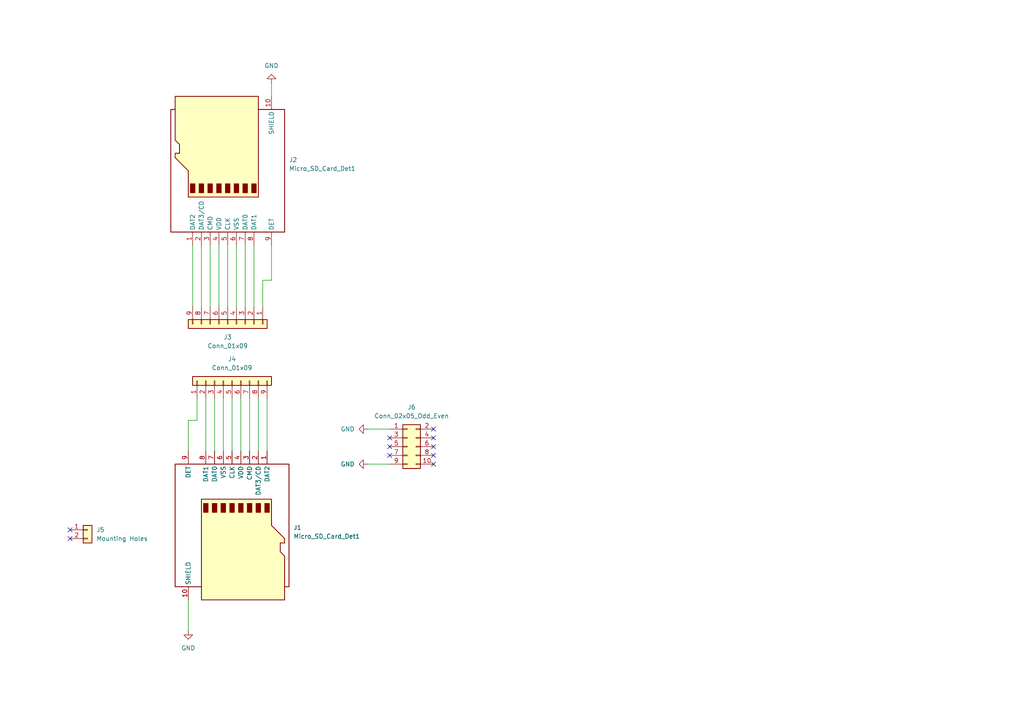
<source format=kicad_sch>
(kicad_sch (version 20231120) (generator "eeschema") (generator_version "8.0")
  (paper "A4")
  (lib_symbols
    (symbol "Connector:Micro_SD_Card_Det1"
      (property "Reference" "J" (at -16.51 17.78 0))
      (property "Value" "Micro_SD_Card_Det1" (at 16.51 17.78 0))
      (symbol "Micro_SD_Card_Det1_0_1"
        (rectangle (start -7.62 -6.985) (end -5.08 -8.255) (stroke (width 0.254)) (fill (type outline)))
        (rectangle (start -7.62 -4.445) (end -5.08 -5.715) (stroke (width 0.254)) (fill (type outline)))
        (rectangle (start -7.62 -1.905) (end -5.08 -3.175) (stroke (width 0.254)) (fill (type outline)))
        (rectangle (start -7.62 0.635) (end -5.08 -0.635) (stroke (width 0.254)) (fill (type outline)))
        (rectangle (start -7.62 3.175) (end -5.08 1.905) (stroke (width 0.254)) (fill (type outline)))
        (rectangle (start -7.62 5.715) (end -5.08 4.445) (stroke (width 0.254)) (fill (type outline)))
        (rectangle (start -7.62 8.255) (end -5.08 6.985) (stroke (width 0.254)) (fill (type outline)))
        (rectangle (start -7.62 10.795) (end -5.08 9.525) (stroke (width 0.254)) (fill (type outline)))
        (polyline (pts (xy 16.51 15.24) (xy 16.51 16.51) (xy -19.05 16.51) (xy -19.05 -16.51) (xy 16.51 -16.51) (xy 16.51 -8.89)) (stroke (width 0.254)))
        (polyline (pts (xy -8.89 -8.89) (xy -8.89 11.43) (xy -1.27 11.43) (xy 2.54 15.24) (xy 3.81 15.24) (xy 3.81 13.97) (xy 6.35 13.97) (xy 7.62 15.24) (xy 20.32 15.24) (xy 20.32 -8.89) (xy -8.89 -8.89)) (stroke (width 0.254)) (fill (type background)))
      )
      (symbol "Micro_SD_Card_Det1_1_1"
        (pin bidirectional line (at -22.86 10.16 0) (length 3.81) (name "DAT2") (number "1"))
        (pin passive line (at 20.32 -12.7 180) (length 3.81) (name "SHIELD") (number "10"))
        (pin bidirectional line (at -22.86 7.62 0) (length 3.81) (name "DAT3/CD") (number "2"))
        (pin input line (at -22.86 5.08 0) (length 3.81) (name "CMD") (number "3"))
        (pin power_in line (at -22.86 2.54 0) (length 3.81) (name "VDD") (number "4"))
        (pin input line (at -22.86 0 0) (length 3.81) (name "CLK") (number "5"))
        (pin power_in line (at -22.86 -2.54 0) (length 3.81) (name "VSS") (number "6"))
        (pin bidirectional line (at -22.86 -5.08 0) (length 3.81) (name "DAT0") (number "7"))
        (pin bidirectional line (at -22.86 -7.62 0) (length 3.81) (name "DAT1") (number "8"))
        (pin passive line (at -22.86 -12.7 0) (length 3.81) (name "DET") (number "9"))
      )
    )
    (symbol "Connector_Generic:Conn_01x02" (pin_names (offset 1.016) hide)
      (property "Reference" "J" (at 0 2.54 0))
      (property "Value" "Conn_01x02" (at 0 -5.08 0))
      (symbol "Conn_01x02_1_1"
        (rectangle (start -1.27 -2.413) (end 0 -2.667) (stroke (width 0.1524)))
        (rectangle (start -1.27 0.127) (end 0 -0.127) (stroke (width 0.1524)))
        (rectangle (start -1.27 1.27) (end 1.27 -3.81) (stroke (width 0.254)) (fill (type background)))
        (pin passive line (at -5.08 0 0) (length 3.81) (name "Pin_1") (number "1"))
        (pin passive line (at -5.08 -2.54 0) (length 3.81) (name "Pin_2") (number "2"))
      )
    )
    (symbol "Connector_Generic:Conn_01x09" (pin_names (offset 1.016) hide)
      (property "Reference" "J" (at 0 12.7 0))
      (property "Value" "Conn_01x09" (at 0 -12.7 0))
      (symbol "Conn_01x09_1_1"
        (rectangle (start -1.27 -10.033) (end 0 -10.287) (stroke (width 0.1524)))
        (rectangle (start -1.27 -7.493) (end 0 -7.747) (stroke (width 0.1524)))
        (rectangle (start -1.27 -4.953) (end 0 -5.207) (stroke (width 0.1524)))
        (rectangle (start -1.27 -2.413) (end 0 -2.667) (stroke (width 0.1524)))
        (rectangle (start -1.27 0.127) (end 0 -0.127) (stroke (width 0.1524)))
        (rectangle (start -1.27 2.667) (end 0 2.413) (stroke (width 0.1524)))
        (rectangle (start -1.27 5.207) (end 0 4.953) (stroke (width 0.1524)))
        (rectangle (start -1.27 7.747) (end 0 7.493) (stroke (width 0.1524)))
        (rectangle (start -1.27 10.287) (end 0 10.033) (stroke (width 0.1524)))
        (rectangle (start -1.27 11.43) (end 1.27 -11.43) (stroke (width 0.254)) (fill (type background)))
        (pin passive line (at -5.08 10.16 0) (length 3.81) (name "Pin_1") (number "1"))
        (pin passive line (at -5.08 7.62 0) (length 3.81) (name "Pin_2") (number "2"))
        (pin passive line (at -5.08 5.08 0) (length 3.81) (name "Pin_3") (number "3"))
        (pin passive line (at -5.08 2.54 0) (length 3.81) (name "Pin_4") (number "4"))
        (pin passive line (at -5.08 0 0) (length 3.81) (name "Pin_5") (number "5"))
        (pin passive line (at -5.08 -2.54 0) (length 3.81) (name "Pin_6") (number "6"))
        (pin passive line (at -5.08 -5.08 0) (length 3.81) (name "Pin_7") (number "7"))
        (pin passive line (at -5.08 -7.62 0) (length 3.81) (name "Pin_8") (number "8"))
        (pin passive line (at -5.08 -10.16 0) (length 3.81) (name "Pin_9") (number "9"))
      )
    )
    (symbol "Connector_Generic:Conn_02x05_Odd_Even" (pin_names (offset 1.016) hide)
      (property "Reference" "J" (at 1.27 7.62 0))
      (property "Value" "Conn_02x05_Odd_Even" (at 1.27 -7.62 0))
      (symbol "Conn_02x05_Odd_Even_1_1"
        (rectangle (start -1.27 -4.953) (end 0 -5.207) (stroke (width 0.1524)))
        (rectangle (start -1.27 -2.413) (end 0 -2.667) (stroke (width 0.1524)))
        (rectangle (start -1.27 0.127) (end 0 -0.127) (stroke (width 0.1524)))
        (rectangle (start -1.27 2.667) (end 0 2.413) (stroke (width 0.1524)))
        (rectangle (start -1.27 5.207) (end 0 4.953) (stroke (width 0.1524)))
        (rectangle (start -1.27 6.35) (end 3.81 -6.35) (stroke (width 0.254)) (fill (type background)))
        (rectangle (start 3.81 -4.953) (end 2.54 -5.207) (stroke (width 0.1524)))
        (rectangle (start 3.81 -2.413) (end 2.54 -2.667) (stroke (width 0.1524)))
        (rectangle (start 3.81 0.127) (end 2.54 -0.127) (stroke (width 0.1524)))
        (rectangle (start 3.81 2.667) (end 2.54 2.413) (stroke (width 0.1524)))
        (rectangle (start 3.81 5.207) (end 2.54 4.953) (stroke (width 0.1524)))
        (pin passive line (at -5.08 5.08 0) (length 3.81) (name "Pin_1") (number "1"))
        (pin passive line (at 7.62 -5.08 180) (length 3.81) (name "Pin_10") (number "10"))
        (pin passive line (at 7.62 5.08 180) (length 3.81) (name "Pin_2") (number "2"))
        (pin passive line (at -5.08 2.54 0) (length 3.81) (name "Pin_3") (number "3"))
        (pin passive line (at 7.62 2.54 180) (length 3.81) (name "Pin_4") (number "4"))
        (pin passive line (at -5.08 0 0) (length 3.81) (name "Pin_5") (number "5"))
        (pin passive line (at 7.62 0 180) (length 3.81) (name "Pin_6") (number "6"))
        (pin passive line (at -5.08 -2.54 0) (length 3.81) (name "Pin_7") (number "7"))
        (pin passive line (at 7.62 -2.54 180) (length 3.81) (name "Pin_8") (number "8"))
        (pin passive line (at -5.08 -5.08 0) (length 3.81) (name "Pin_9") (number "9"))
      )
    )
    (symbol "power:GND" (power) (pin_numbers hide) (pin_names (offset 0) hide)
      (property "Value" "GND" (at 0 -3.81 0))
      (symbol "GND_0_1"
        (polyline (pts (xy 0 0) (xy 0 -1.27) (xy 1.27 -1.27) (xy 0 -2.54) (xy -1.27 -1.27) (xy 0 -1.27)))
      )
      (symbol "GND_1_1"
        (pin power_in line (at 0 0 270) (length 0) (name "~") (number "1"))
      )
    )
  )
  (no_connect (at 20.32 156.21))
  (no_connect (at 125.73 134.62))
  (no_connect (at 20.32 153.67))
  (no_connect (at 125.73 132.08))
  (no_connect (at 125.73 129.54))
  (no_connect (at 125.73 127))
  (no_connect (at 113.03 129.54))
  (no_connect (at 113.03 132.08))
  (no_connect (at 125.73 124.46))
  (no_connect (at 113.03 127))
  (wire (pts (xy 69.85 115.57) (xy 69.85 130.81)))
  (wire (pts (xy 73.66 71.12) (xy 73.66 88.9)))
  (wire (pts (xy 62.23 115.57) (xy 62.23 130.81)))
  (wire (pts (xy 113.03 134.62) (xy 106.68 134.62)))
  (wire (pts (xy 66.04 71.12) (xy 66.04 88.9)))
  (wire (pts (xy 64.77 115.57) (xy 64.77 130.81)))
  (wire (pts (xy 76.2 81.28) (xy 76.2 88.9)))
  (wire (pts (xy 77.47 115.57) (xy 77.47 130.81)))
  (wire (pts (xy 106.68 124.46) (xy 113.03 124.46)))
  (wire (pts (xy 57.15 121.92) (xy 54.61 121.92)))
  (wire (pts (xy 59.69 115.57) (xy 59.69 130.81)))
  (wire (pts (xy 78.74 81.28) (xy 76.2 81.28)))
  (wire (pts (xy 54.61 173.99) (xy 54.61 182.88)))
  (wire (pts (xy 78.74 24.13) (xy 78.74 27.94)))
  (wire (pts (xy 55.88 71.12) (xy 55.88 88.9)))
  (wire (pts (xy 58.42 71.12) (xy 58.42 88.9)))
  (wire (pts (xy 54.61 121.92) (xy 54.61 130.81)))
  (wire (pts (xy 63.5 71.12) (xy 63.5 88.9)))
  (wire (pts (xy 74.93 115.57) (xy 74.93 130.81)))
  (wire (pts (xy 60.96 71.12) (xy 60.96 88.9)))
  (wire (pts (xy 67.31 115.57) (xy 67.31 130.81)))
  (wire (pts (xy 72.39 115.57) (xy 72.39 130.81)))
  (wire (pts (xy 71.12 71.12) (xy 71.12 88.9)))
  (wire (pts (xy 78.74 71.12) (xy 78.74 81.28)))
  (wire (pts (xy 68.58 71.12) (xy 68.58 88.9)))
  (wire (pts (xy 57.15 115.57) (xy 57.15 121.92)))
  (symbol (lib_id "Connector_Generic:Conn_01x09") (at 66.04 93.98 270) (unit 1)
    (property "Reference" "J3" (at 66.04 97.79 90))
    (property "Value" "Conn_01x09" (at 66.04 100.33 90))
    (property "Footprint" "Connector_FFC-FPC:TE_0-1734839-9_1x09-1MP_P0.5mm_Horizontal" (effects (hide yes)))
    (property "Description" "Generic connector, single row, 01x09, script generated (kicad-library-utils/schlib/autogen/connector/)" (effects (hide yes)))
  )
  (symbol (lib_id "Connector_Generic:Conn_01x02") (at 25.4 153.67 0) (unit 1)
    (property "Reference" "J5" (at 27.94 153.6699 0) (effects (justify left)))
    (property "Value" "Mounting Holes" (at 27.94 156.2099 0) (effects (justify left)))
    (property "Description" "Generic connector, single row, 01x02, script generated (kicad-library-utils/schlib/autogen/connector/)" (effects (hide yes)))
  )
  (symbol (lib_id "power:GND") (at 54.61 182.88 0) (unit 1)
    (property "Reference" "#PWR01" (effects (hide yes)))
    (property "Value" "GND" (at 54.61 187.96 0))
    (property "Description" "Power symbol creates a global label with name \"GND\" , ground" (effects (hide yes)))
  )
  (symbol (lib_id "Connector:Micro_SD_Card_Det1") (at 67.31 153.67 270) (unit 1)
    (property "Reference" "J1" (at 85.09 153.0349 90) (effects (justify left)))
    (property "Value" "Micro_SD_Card_Det1" (at 85.09 155.5749 90) (effects (justify left)))
    (property "Footprint" "Connector_Card:J_SD_Card-micro_socket_A" (effects (hide yes)))
    (property "Datasheet" "https://datasheet.lcsc.com/lcsc/2110151630_XKB-Connectivity-XKTF-015-N_C381082.pdf" (effects (hide yes)))
    (property "Description" "Micro SD Card Socket with one card detection pin" (effects (hide yes)))
  )
  (symbol (lib_id "power:GND") (at 106.68 124.46 270) (unit 1)
    (property "Reference" "#PWR03" (effects (hide yes)))
    (property "Value" "GND" (at 102.87 124.4599 90) (effects (justify right)))
    (property "Description" "Power symbol creates a global label with name \"GND\" , ground" (effects (hide yes)))
  )
  (symbol (lib_id "Connector_Generic:Conn_01x09") (at 67.31 110.49 90) (unit 1)
    (property "Reference" "J4" (at 67.31 104.14 90))
    (property "Value" "Conn_01x09" (at 67.31 106.68 90))
    (property "Footprint" "Connector_FFC-FPC:TE_0-1734839-9_1x09-1MP_P0.5mm_Horizontal" (effects (hide yes)))
    (property "Description" "Generic connector, single row, 01x09, script generated (kicad-library-utils/schlib/autogen/connector/)" (effects (hide yes)))
  )
  (symbol (lib_id "Connector:Micro_SD_Card_Det1") (at 66.04 48.26 90) (unit 1)
    (property "Reference" "J2" (at 83.82 46.3549 90) (effects (justify right)))
    (property "Value" "Micro_SD_Card_Det1" (at 83.82 48.8949 90) (effects (justify right)))
    (property "Footprint" "Connector_Card:J_SD_Card-micro_socket_A" (effects (hide yes)))
    (property "Datasheet" "https://datasheet.lcsc.com/lcsc/2110151630_XKB-Connectivity-XKTF-015-N_C381082.pdf" (effects (hide yes)))
    (property "Description" "Micro SD Card Socket with one card detection pin" (effects (hide yes)))
  )
  (symbol (lib_id "Connector_Generic:Conn_02x05_Odd_Even") (at 118.11 129.54 0) (unit 1)
    (property "Reference" "J6" (at 119.38 118.11 0))
    (property "Value" "Conn_02x05_Odd_Even" (at 119.38 120.65 0))
    (property "Description" "Generic connector, double row, 02x05, odd/even pin numbering scheme (row 1 odd numbers, row 2 even numbers), script generated (kicad-library-utils/schlib/autogen/connector/)" (effects (hide yes)))
  )
  (symbol (lib_id "power:GND") (at 106.68 134.62 270) (unit 1)
    (property "Reference" "#PWR04" (effects (hide yes)))
    (property "Value" "GND" (at 102.87 134.6199 90) (effects (justify right)))
    (property "Description" "Power symbol creates a global label with name \"GND\" , ground" (effects (hide yes)))
  )
  (symbol (lib_id "power:GND") (at 78.74 24.13 180) (unit 1)
    (property "Reference" "#PWR02" (effects (hide yes)))
    (property "Value" "GND" (at 78.74 19.05 0))
    (property "Description" "Power symbol creates a global label with name \"GND\" , ground" (effects (hide yes)))
  )
)
</source>
